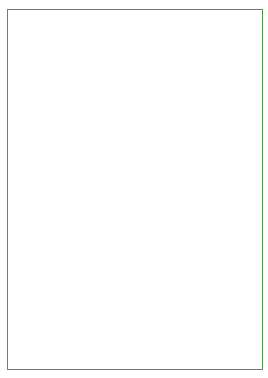
<source format=gbr>
%TF.GenerationSoftware,KiCad,Pcbnew,(5.1.9)-1*%
%TF.CreationDate,2021-03-23T22:36:06-04:00*%
%TF.ProjectId,Automated lighting,4175746f-6d61-4746-9564-206c69676874,rev?*%
%TF.SameCoordinates,Original*%
%TF.FileFunction,Profile,NP*%
%FSLAX46Y46*%
G04 Gerber Fmt 4.6, Leading zero omitted, Abs format (unit mm)*
G04 Created by KiCad (PCBNEW (5.1.9)-1) date 2021-03-23 22:36:06*
%MOMM*%
%LPD*%
G01*
G04 APERTURE LIST*
%TA.AperFunction,Profile*%
%ADD10C,0.050000*%
%TD*%
G04 APERTURE END LIST*
D10*
X133350000Y-55880000D02*
X111760000Y-55880000D01*
X133350000Y-86360000D02*
X133350000Y-55880000D01*
X111760000Y-86360000D02*
X133350000Y-86360000D01*
X111760000Y-55880000D02*
X111760000Y-86360000D01*
M02*

</source>
